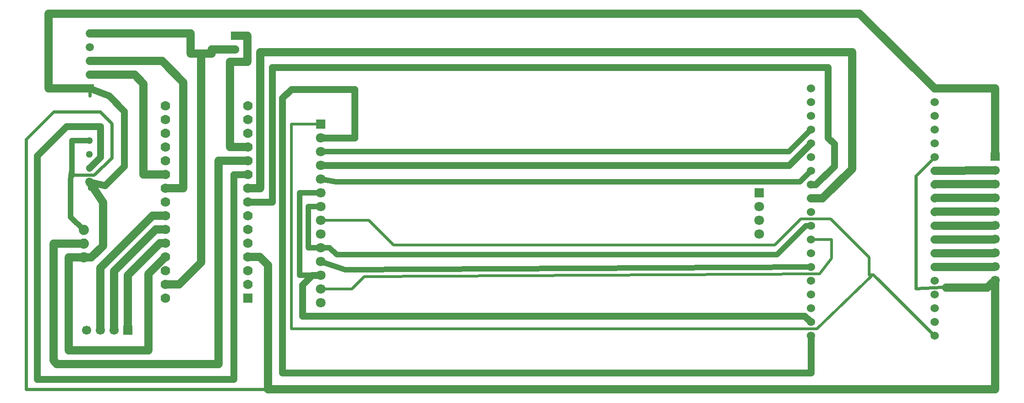
<source format=gbl>
G04 Layer: BottomLayer*
G04 EasyEDA v6.4.17, 2021-03-15T19:29:33+07:00*
G04 1d297f51d7db443abc13b46094b112d6,e617fcbdf3ae42ba82bc49894c1518df,10*
G04 Gerber Generator version 0.2*
G04 Scale: 100 percent, Rotated: No, Reflected: No *
G04 Dimensions in millimeters *
G04 leading zeros omitted , absolute positions ,4 integer and 5 decimal *
%FSLAX45Y45*%
%MOMM*%

%ADD11C,1.4986*%
%ADD12R,1.4986X1.4986*%
%ADD13R,1.2954X1.2954*%
%ADD14C,1.2954*%
%ADD15C,1.7780*%
%ADD16R,1.7780X1.7780*%
%ADD17C,1.8796*%
%ADD18C,1.8000*%
%ADD19R,1.8000X1.8000*%
%ADD20C,1.5240*%
%ADD21R,1.5748X1.5748*%
%ADD22C,1.5748*%
%ADD23R,1.7000X1.7000*%
%ADD24C,1.7000*%
%ADD25R,1.7000X1.5748*%
%ADD26C,1.0000*%
%ADD27C,0.5000*%
%ADD28C,1.5000*%
%ADD29C,1.3000*%
%ADD30C,0.6000*%

%LPD*%
D26*
X13906500Y2032000D02*
G01*
X5295900Y1981200D01*
X4847590Y2135886D01*
D27*
X14987524Y1892554D02*
G01*
X14987524Y2208276D01*
X14274800Y2921000D01*
X13718286Y2921000D01*
X13235686Y2438400D01*
X6197600Y2438400D01*
X5738113Y2897886D01*
X4847590Y2897886D01*
X15024100Y1866900D02*
G01*
X14020800Y889000D01*
X4305300Y889000D01*
X4305300Y4675631D01*
X4847843Y4675631D01*
D28*
X17310100Y1790700D02*
G01*
X17170400Y1651000D01*
X16408400Y1651000D01*
X17310100Y1790700D02*
G01*
X17310100Y-228600D01*
X3873500Y-228600D01*
X3873500Y2070100D01*
X3721100Y2222500D01*
X3505200Y2222500D01*
D29*
X3505200Y3746500D02*
G01*
X3238500Y3746500D01*
X3238500Y-38100D01*
X-393700Y-38100D01*
X-393700Y4089400D01*
X152400Y4635500D01*
X774700Y4635500D01*
X774700Y4064000D01*
X571500Y3860800D01*
D28*
X571500Y3606800D02*
G01*
X825500Y3227831D01*
X825500Y2425700D01*
X609600Y2209800D01*
X469900Y2209800D01*
D29*
X584200Y5334000D02*
G01*
X935228Y5198871D01*
X1219200Y4914900D01*
X1219200Y3898900D01*
X864615Y3544315D01*
X571500Y3606800D01*
D28*
X17310100Y3822700D02*
G01*
X16192500Y3810000D01*
X16192500Y3810000D01*
X17310100Y3568700D02*
G01*
X16205200Y3568700D01*
X16192500Y3556000D01*
X17310100Y3314700D02*
G01*
X16205200Y3314700D01*
X16192500Y3302000D01*
X17310100Y3060700D02*
G01*
X16205200Y3060700D01*
X16192500Y3048000D01*
X17310100Y2806700D02*
G01*
X17297400Y2794000D01*
X16192500Y2794000D01*
X17310100Y2552700D02*
G01*
X17297400Y2540000D01*
X16192500Y2540000D01*
X17310100Y2298700D02*
G01*
X17297400Y2286000D01*
X16192500Y2286000D01*
X17310100Y2044700D02*
G01*
X17297400Y2032000D01*
X16192500Y2032000D01*
X17310100Y4076700D02*
G01*
X17310100Y5334000D01*
X16192500Y5334000D01*
X13906500Y3302000D02*
G01*
X14122400Y3302000D01*
X14668500Y3848100D01*
X14668500Y6007100D01*
X3733800Y6007100D01*
X3733800Y3492500D01*
X3505200Y3492500D01*
X3505200Y4254500D02*
G01*
X3175000Y4254500D01*
X3175000Y5829300D01*
X3492500Y5829300D01*
X3492500Y6311900D01*
X3263900Y6311900D01*
X16192500Y5334000D02*
G01*
X14808200Y6718300D01*
X-177800Y6718300D01*
X-177800Y5334000D01*
X584200Y5334000D01*
D26*
X469900Y2717800D02*
G01*
X228600Y2959100D01*
X228600Y3644900D01*
X241300Y3784600D01*
X254000Y3721100D01*
X241300Y3759200D02*
G01*
X254000Y3759200D01*
X254000Y3784600D01*
X254000Y4368800D01*
X571500Y4368800D01*
D28*
X469900Y2463800D02*
G01*
X-88900Y2463800D01*
X-88900Y304800D01*
X-25400Y241300D01*
X2959100Y241300D01*
X2959100Y4000500D01*
X3505200Y4000500D01*
X3263900Y6057900D02*
G01*
X2834716Y6057900D01*
X2834716Y5979665D01*
X2442207Y5979665D01*
X2442209Y5979668D02*
G01*
X2641600Y5979668D01*
X2641600Y2120900D01*
X2235200Y1714500D01*
X1981200Y1714500D01*
X2442209Y5979668D02*
G01*
X2442209Y6350000D01*
X584200Y6350000D01*
X584200Y5842000D02*
G01*
X1917700Y5842000D01*
X2311400Y5448300D01*
X2311400Y3492500D01*
X1981200Y3492500D01*
X584200Y5588000D02*
G01*
X1409700Y5588000D01*
X1574800Y5422900D01*
X1574800Y3746500D01*
X1981200Y3746500D01*
D29*
X13906500Y762000D02*
G01*
X13906500Y76200D01*
X4140200Y76200D01*
X4140200Y5156200D01*
X4305300Y5321300D01*
X5473700Y5321300D01*
X5473700Y4421631D01*
X4847590Y4421631D01*
X13906500Y1016000D02*
G01*
X13792200Y1130300D01*
X4508500Y1130300D01*
X4508500Y1701800D01*
X4688586Y1881886D01*
X4847590Y1881886D01*
X13906500Y3556000D02*
G01*
X13995400Y3556000D01*
X14338300Y3898900D01*
X14338300Y4310887D01*
X14224000Y4425187D01*
X14224000Y5727700D01*
X3949700Y5727700D01*
X3949700Y3238500D01*
X3505200Y3238500D01*
D26*
X4847590Y2389886D02*
G01*
X4622800Y2389886D01*
X4622800Y3151631D01*
X4847590Y3151631D01*
X4847590Y1881886D02*
G01*
X4457700Y1881886D01*
X4457700Y3405631D01*
X4847590Y3405631D01*
D28*
X469900Y2209800D02*
G01*
X190500Y2209800D01*
X190500Y493013D01*
X1663700Y493013D01*
X1663700Y1905000D01*
X1981200Y2222500D01*
X1282700Y863600D02*
G01*
X1282700Y1879600D01*
X1879600Y2476500D01*
X1981200Y2476500D01*
X1028700Y863600D02*
G01*
X1028700Y1955800D01*
X1803400Y2730500D01*
X1981200Y2730500D01*
X774700Y863600D02*
G01*
X774700Y2019300D01*
X1739900Y2984500D01*
X1981200Y2984500D01*
D26*
X13906500Y2794000D02*
G01*
X13817600Y2794000D01*
X13284200Y2260600D01*
X5143500Y2260600D01*
X5014219Y2389888D01*
X4847592Y2389888D01*
X13906500Y3810000D02*
G01*
X13703300Y3606800D01*
X5130800Y3606800D01*
X4847590Y3659631D01*
D30*
X16332200Y1663700D02*
G01*
X15849600Y1638300D01*
X15849600Y3721100D01*
X16192500Y4064000D01*
D29*
X13906500Y4318000D02*
G01*
X13502134Y3913634D01*
X4847592Y3913634D01*
D30*
X16192500Y762000D02*
G01*
X15061691Y1892807D01*
X14987526Y1892807D01*
X14987526Y1892554D01*
D26*
X13906500Y4572000D02*
G01*
X13502134Y4167634D01*
X4847592Y4167634D01*
D30*
X241300Y3733800D02*
G01*
X660400Y3733800D01*
X990600Y4051300D01*
X990600Y4686300D01*
X774700Y4902200D01*
X-88900Y4902200D01*
X-596900Y4394200D01*
X-596900Y-228600D01*
X4025900Y-228600D01*
X4038600Y-228600D01*
X4025900Y-228600D01*
X571500Y3606800D02*
G01*
X571500Y3544315D01*
X571500Y3544315D02*
G01*
X571500Y3481831D01*
X584200Y5334000D02*
G01*
X584200Y5198871D01*
D27*
X13906500Y2540000D02*
G01*
X14287500Y2540000D01*
X14287500Y2197100D01*
X14071600Y1905000D01*
X5651500Y1854200D01*
X5425186Y1627886D01*
X4847590Y1627886D01*
D11*
G01*
X584200Y6350000D03*
G01*
X584200Y6096000D03*
G01*
X584200Y5842000D03*
G01*
X584200Y5588000D03*
D12*
G01*
X584200Y5334000D03*
D13*
G01*
X571500Y3606800D03*
D14*
G01*
X571500Y3860800D03*
G01*
X571500Y4114800D03*
G01*
X571500Y4368800D03*
D15*
G01*
X1981200Y5016500D03*
G01*
X1981200Y4762500D03*
G01*
X1981200Y4508500D03*
G01*
X1981200Y4254500D03*
G01*
X1981200Y4000500D03*
G01*
X1981200Y3746500D03*
G01*
X1981200Y3492500D03*
G01*
X1981200Y3238500D03*
G01*
X1981200Y2984500D03*
G01*
X1981200Y2730500D03*
G01*
X1981200Y2476500D03*
G01*
X1981200Y2222500D03*
G01*
X1981200Y1968500D03*
G01*
X1981200Y1714500D03*
G01*
X1981200Y1460500D03*
G01*
X3505200Y5016500D03*
G01*
X3505200Y4762500D03*
G01*
X3505200Y4508500D03*
G01*
X3505200Y4254500D03*
G01*
X3505200Y4000500D03*
G01*
X3505200Y3746500D03*
G01*
X3505200Y3492500D03*
G01*
X3505200Y3238500D03*
G01*
X3505200Y2984500D03*
G01*
X3505200Y2730500D03*
G01*
X3505200Y2476500D03*
G01*
X3505200Y2222500D03*
G01*
X3505200Y1968500D03*
G01*
X3505200Y1714500D03*
D16*
G01*
X3505200Y1460500D03*
D17*
G01*
X469900Y2209800D03*
G01*
X469900Y2463800D03*
G01*
X469900Y2717800D03*
D18*
G01*
X4847590Y1373886D03*
G01*
X4847590Y1627886D03*
G01*
X4847590Y1881886D03*
G01*
X4847590Y2135886D03*
G01*
X4847590Y2389886D03*
G01*
X4847590Y2643886D03*
G01*
X4847590Y2897886D03*
G01*
X4847590Y3151631D03*
G01*
X4847590Y3405631D03*
G01*
X4847590Y3659631D03*
G01*
X4847590Y3913631D03*
G01*
X4847590Y4167631D03*
G01*
X4847590Y4421631D03*
D19*
G01*
X4847869Y4675530D03*
D18*
G01*
X12947904Y2643886D03*
G01*
X12947904Y2897886D03*
G01*
X12947904Y3151631D03*
D19*
G01*
X12947904Y3405631D03*
D20*
G01*
X16192500Y762000D03*
G01*
X16192500Y1016000D03*
G01*
X16192500Y1270000D03*
G01*
X16192500Y1524000D03*
G01*
X16192500Y1778000D03*
G01*
X16192500Y2032000D03*
G01*
X16192500Y2286000D03*
G01*
X16192500Y2540000D03*
G01*
X16192500Y2794000D03*
G01*
X16192500Y3048000D03*
G01*
X16192500Y3302000D03*
G01*
X16192500Y3556000D03*
G01*
X16192500Y3810000D03*
G01*
X16192500Y4064000D03*
G01*
X16192500Y4318000D03*
G01*
X16192500Y4572000D03*
G01*
X16192500Y4826000D03*
G01*
X16192500Y5080000D03*
G01*
X16192500Y5334000D03*
G01*
X13906500Y5334000D03*
G01*
X13906500Y5080000D03*
G01*
X13906500Y4826000D03*
G01*
X13906500Y4572000D03*
G01*
X13906500Y4318000D03*
G01*
X13906500Y4064000D03*
G01*
X13906500Y3810000D03*
G01*
X13906500Y3556000D03*
G01*
X13906500Y3302000D03*
G01*
X13906500Y3048000D03*
G01*
X13906500Y2794000D03*
G01*
X13906500Y2540000D03*
G01*
X13906500Y2286000D03*
G01*
X13906500Y2032000D03*
G01*
X13906500Y1778000D03*
G01*
X13906500Y1524000D03*
G01*
X13906500Y1270000D03*
G01*
X13906500Y1016000D03*
G01*
X13906500Y762000D03*
D21*
G01*
X3263900Y6311900D03*
D22*
G01*
X3263900Y6057900D03*
D23*
G01*
X1282700Y863600D03*
D24*
G01*
X1028700Y863600D03*
G01*
X774700Y863600D03*
G01*
X520700Y863600D03*
G01*
X17310100Y1790700D03*
G01*
X17310100Y2044700D03*
G01*
X17310100Y2298700D03*
G01*
X17310100Y2552700D03*
G01*
X17310100Y2806700D03*
G01*
X17310100Y3060700D03*
G01*
X17310100Y3314700D03*
G01*
X17310100Y3568700D03*
G01*
X17310100Y3822700D03*
D25*
G01*
X17310100Y4076700D03*
M02*

</source>
